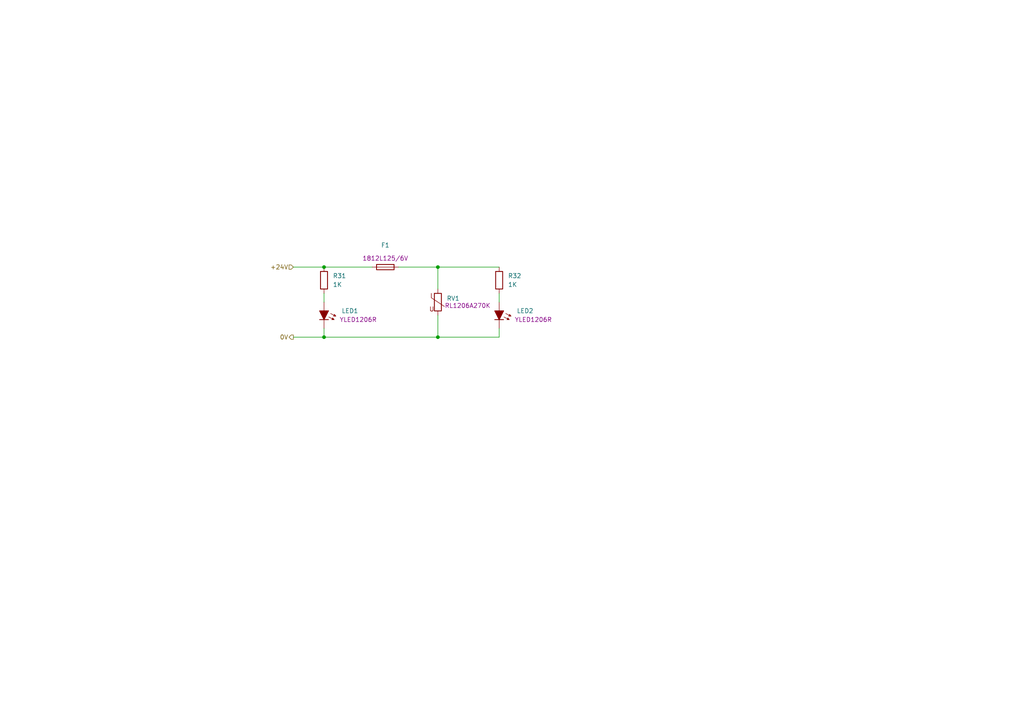
<source format=kicad_sch>
(kicad_sch (version 20250114) (generator "eeschema") (generator_version "9.0")
  (paper "A4")
  (lib_symbols
    (symbol "Device:Fuse" (pin_numbers (hide yes)) (pin_names (offset 0))
      (property "Reference" "F" (at 2.032 0 90))
      (property "Value" "Fuse" (at -1.905 0 90))
      (symbol "Fuse_0_1"
        (rectangle (start -0.762 -2.54) (end 0.762 2.54) (stroke (width 0.254)))
        (polyline (pts (xy 0 2.54) (xy 0 -2.54)))
      )
      (symbol "Fuse_1_1"
        (pin passive line (at 0 3.81 270) (length 1.27) (name "~") (number "1"))
        (pin passive line (at 0 -3.81 90) (length 1.27) (name "~") (number "2"))
      )
    )
    (symbol "Device:Varistor" (pin_numbers (hide yes)) (pin_names (offset 0))
      (property "Reference" "RV" (at 3.175 0 90))
      (property "Value" "Varistor" (at -3.175 0 90))
      (symbol "Varistor_0_0"
        (text "U" (at -1.778 -2.032 0) (effects (font (size 1.27 1.27))))
      )
      (symbol "Varistor_0_1"
        (polyline (pts (xy -1.905 2.54) (xy -1.905 1.27) (xy 1.905 -1.27)))
        (rectangle (start -1.016 -2.54) (end 1.016 2.54) (stroke (width 0.254)))
      )
      (symbol "Varistor_1_1"
        (pin passive line (at 0 3.81 270) (length 1.27) (name "~") (number "1"))
        (pin passive line (at 0 -3.81 90) (length 1.27) (name "~") (number "2"))
      )
    )
    (symbol "LED_AKL:LED_1.8mm_SMD" (pin_numbers (hide yes)) (pin_names (offset 1.016) (hide yes))
      (property "Reference" "LED" (at 0 7.62 0))
      (property "Value" "LED_1.8mm_SMD" (at 0 5.08 0))
      (symbol "LED_1.8mm_SMD_0_1"
        (polyline (pts (xy -1.27 1.27) (xy -1.27 -1.27) (xy 1.27 0) (xy -1.27 1.27)) (stroke (width 0.254)) (fill (type outline)))
        (polyline (pts (xy -0.508 1.905) (xy 0.254 3.429)) (stroke (width 0.1524)))
        (polyline (pts (xy 0 2.921) (xy -0.254 3.048)) (stroke (width 0.1524)))
        (polyline (pts (xy 0 2.921) (xy 0.254 2.794)) (stroke (width 0.1524)))
        (polyline (pts (xy 0.254 2.794) (xy -0.254 3.048) (xy 0.254 3.429) (xy 0.254 2.794)) (stroke (width 0.1524)) (fill (type outline)))
        (polyline (pts (xy 0.508 1.397) (xy 1.27 2.921)) (stroke (width 0.1524)))
        (polyline (pts (xy 1.016 2.413) (xy 0.762 2.54)) (stroke (width 0.1524)))
        (polyline (pts (xy 1.016 2.413) (xy 1.27 2.286)) (stroke (width 0.1524)))
        (polyline (pts (xy 1.27 2.286) (xy 0.762 2.54) (xy 1.27 2.921) (xy 1.27 2.286)) (stroke (width 0.1524)) (fill (type outline)))
        (polyline (pts (xy 1.27 1.27) (xy 1.27 -1.27)) (stroke (width 0.254)))
        (polyline (pts (xy 1.27 0) (xy -1.27 0)))
      )
      (symbol "LED_1.8mm_SMD_0_2"
        (polyline (pts (xy -2.54 -2.54) (xy 2.54 2.54)))
        (polyline (pts (xy -2.159 2.413) (xy -2.286 1.778) (xy -1.6764 1.9812) (xy -2.159 2.413)) (fill (type outline)))
        (polyline (pts (xy -1.651 0.889) (xy -2.159 2.413)))
        (polyline (pts (xy -1.016 2.794) (xy -1.143 2.159) (xy -0.5334 2.3622) (xy -1.016 2.794)) (fill (type outline)))
        (polyline (pts (xy -0.889 -0.889) (xy -1.778 0) (xy 0.889 0.889) (xy 0 -1.778) (xy -0.889 -0.889)) (stroke (width 0.254)) (fill (type outline)))
        (polyline (pts (xy -0.508 1.27) (xy -1.016 2.794)))
        (polyline (pts (xy 0 1.778) (xy 1.778 0)) (stroke (width 0.254)))
      )
      (symbol "LED_1.8mm_SMD_1_1"
        (pin passive line (at -3.81 0 0) (length 2.54) (name "A") (number "2"))
        (pin passive line (at 3.81 0 180) (length 2.54) (name "K") (number "1"))
      )
      (symbol "LED_1.8mm_SMD_1_2"
        (pin passive line (at -2.54 -2.54 0) (length 0) (name "A") (number "2"))
        (pin passive line (at 2.54 2.54 180) (length 0) (name "K") (number "1"))
      )
    )
    (symbol "Resistor_AKL:R_0603" (pin_numbers (hide yes)) (pin_names (offset 0))
      (property "Reference" "R" (at 2.54 1.27 0))
      (property "Value" "R_0603" (at 2.54 -1.27 0))
      (symbol "R_0603_0_1"
        (rectangle (start -1.016 2.54) (end 1.016 -2.54) (stroke (width 0.254)))
      )
      (symbol "R_0603_0_2"
        (polyline (pts (xy -2.54 -2.54) (xy -1.524 -1.524)))
        (polyline (pts (xy 1.524 1.524) (xy 2.54 2.54)))
        (polyline (pts (xy 1.524 1.524) (xy 0.889 2.159) (xy -2.159 -0.889) (xy -0.889 -2.159) (xy 2.159 0.889) (xy 1.524 1.524)) (stroke (width 0.254)))
      )
      (symbol "R_0603_1_1"
        (pin passive line (at 0 3.81 270) (length 1.27) (name "~") (number "1"))
        (pin passive line (at 0 -3.81 90) (length 1.27) (name "~") (number "2"))
      )
      (symbol "R_0603_1_2"
        (pin passive line (at -2.54 -2.54 0) (length 0) (name "") (number "2"))
        (pin passive line (at 2.54 2.54 180) (length 0) (name "") (number "1"))
      )
    )
  )
  (junction (at 127 97.79))
  (junction (at 127 77.47))
  (junction (at 93.98 97.79))
  (junction (at 93.98 77.47))
  (wire (pts (xy 93.98 97.79) (xy 127 97.79)))
  (wire (pts (xy 127 77.47) (xy 144.78 77.47)))
  (wire (pts (xy 115.57 77.47) (xy 127 77.47)))
  (wire (pts (xy 127 97.79) (xy 144.78 97.79)))
  (wire (pts (xy 93.98 77.47) (xy 107.95 77.47)))
  (wire (pts (xy 93.98 85.09) (xy 93.98 87.63)))
  (wire (pts (xy 144.78 85.09) (xy 144.78 87.63)))
  (wire (pts (xy 144.78 97.79) (xy 144.78 95.25)))
  (wire (pts (xy 85.09 77.47) (xy 93.98 77.47)))
  (wire (pts (xy 85.09 97.79) (xy 93.98 97.79)))
  (wire (pts (xy 93.98 95.25) (xy 93.98 97.79)))
  (wire (pts (xy 127 77.47) (xy 127 83.82)))
  (wire (pts (xy 127 91.44) (xy 127 97.79)))
  (hierarchical_label "+24V" (shape input) (at 85.09 77.47 180))
  (hierarchical_label "0V" (shape output) (at 85.09 97.79 180))
  (symbol (lib_id "Device:Fuse") (at 111.76 77.47 270) (unit 1)
    (property "Reference" "F1" (at 111.76 71.12 90))
    (property "Value" "Fuse" (effects (hide yes)))
    (property "Footprint" "Fuse:Fuse_0603_1608Metric" (effects (hide yes)))
    (property "Description" "Fuse" (effects (hide yes)))
    (property "Part number" "1812L125/6V" (at 111.76 74.93 90))
  )
  (symbol (lib_id "LED_AKL:LED_1.8mm_SMD") (at 144.78 91.44 270) (unit 1)
    (property "Reference" "LED2" (at 149.86 90.1699 90) (effects (justify left)))
    (property "Value" "LED_1.8mm_SMD" (effects (hide yes)))
    (property "Footprint" "LED_SMD_AKL:LED_1.8mm_GullWing" (effects (hide yes)))
    (property "Description" "LED, Generic 1.8mm SMD subminiature gull wing, Alternate KiCad Library" (effects (hide yes)))
    (property "Part number" "YLED1206R" (at 154.686 92.71 90))
  )
  (symbol (lib_id "LED_AKL:LED_1.8mm_SMD") (at 93.98 91.44 270) (unit 1)
    (property "Reference" "LED1" (at 99.06 90.1699 90) (effects (justify left)))
    (property "Value" "LED_1.8mm_SMD" (effects (hide yes)))
    (property "Footprint" "LED_SMD_AKL:LED_1.8mm_GullWing" (effects (hide yes)))
    (property "Description" "LED, Generic 1.8mm SMD subminiature gull wing, Alternate KiCad Library" (effects (hide yes)))
    (property "Part number" "YLED1206R" (at 103.886 92.71 90))
  )
  (symbol (lib_id "Device:Varistor") (at 127 87.63 0) (unit 1)
    (property "Reference" "RV1" (at 129.54 86.5532 0) (effects (justify left)))
    (property "Value" "Varistor" (effects (hide yes)))
    (property "Footprint" "Varistor:RV_Disc_D7mm_W3.4mm_P5mm" (effects (hide yes)))
    (property "Description" "Voltage dependent resistor" (effects (hide yes)))
    (property "Sim.Name" "kicad_builtin_varistor" (effects (hide yes)))
    (property "Sim.Device" "SUBCKT" (effects (hide yes)))
    (property "Sim.Pins" "1=A 2=B" (effects (hide yes)))
    (property "Sim.Params" "threshold=1k" (effects (hide yes)))
    (property "Sim.Library" "${KICAD9_SYMBOL_DIR}/Simulation_SPICE.sp" (effects (hide yes)))
    (property "Part number" "RL1206A270K" (at 135.636 88.646 0))
  )
  (symbol (lib_id "Resistor_AKL:R_0603") (at 144.78 81.28 180) (unit 1)
    (property "Reference" "R32" (at 147.32 80.0099 0) (effects (justify right)))
    (property "Value" "1K" (at 147.32 82.5499 0) (effects (justify right)))
    (property "Footprint" "Resistor_SMD_AKL:R_0603_1608Metric" (effects (hide yes)))
    (property "Description" "SMD 0603 Chip Resistor, European Symbol, Alternate KiCad Library" (effects (hide yes)))
  )
  (symbol (lib_id "Resistor_AKL:R_0603") (at 93.98 81.28 180) (unit 1)
    (property "Reference" "R31" (at 96.52 80.0099 0) (effects (justify right)))
    (property "Value" "1K" (at 96.52 82.5499 0) (effects (justify right)))
    (property "Footprint" "Resistor_SMD_AKL:R_0603_1608Metric" (effects (hide yes)))
    (property "Description" "SMD 0603 Chip Resistor, European Symbol, Alternate KiCad Library" (effects (hide yes)))
  )
)
</source>
